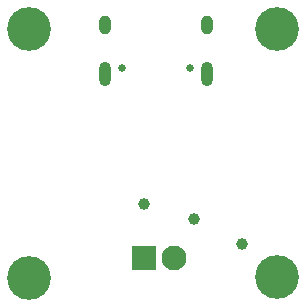
<source format=gbr>
%TF.GenerationSoftware,KiCad,Pcbnew,(5.1.7-0-10_14)*%
%TF.CreationDate,2020-10-21T07:28:03+08:00*%
%TF.ProjectId,STUSB4500_Breakout,53545553-4234-4353-9030-5f427265616b,rev?*%
%TF.SameCoordinates,Original*%
%TF.FileFunction,Soldermask,Bot*%
%TF.FilePolarity,Negative*%
%FSLAX46Y46*%
G04 Gerber Fmt 4.6, Leading zero omitted, Abs format (unit mm)*
G04 Created by KiCad (PCBNEW (5.1.7-0-10_14)) date 2020-10-21 07:28:03*
%MOMM*%
%LPD*%
G01*
G04 APERTURE LIST*
%ADD10C,1.000000*%
%ADD11O,1.000000X2.100000*%
%ADD12O,1.000000X1.600000*%
%ADD13C,0.650000*%
%ADD14C,3.700000*%
%ADD15R,2.100000X2.100000*%
%ADD16C,2.100000*%
G04 APERTURE END LIST*
D10*
%TO.C,ALERT*%
X129000000Y-56900000D03*
%TD*%
%TO.C,GPIO*%
X124900000Y-54800000D03*
%TD*%
%TO.C,ATTACH*%
X120700000Y-53500000D03*
%TD*%
D11*
%TO.C,J1*%
X126020000Y-42505000D03*
X117380000Y-42505000D03*
D12*
X126020000Y-38325000D03*
X117380000Y-38325000D03*
D13*
X118810000Y-42005000D03*
X124590000Y-42005000D03*
%TD*%
D14*
%TO.C,H4*%
X131960000Y-59700000D03*
%TD*%
%TO.C,H3*%
X110960000Y-59750000D03*
%TD*%
%TO.C,H2*%
X131960000Y-38700000D03*
%TD*%
%TO.C,H1*%
X110950000Y-38650000D03*
%TD*%
D15*
%TO.C,J4*%
X120660000Y-58100000D03*
D16*
X123200000Y-58100000D03*
%TD*%
M02*

</source>
